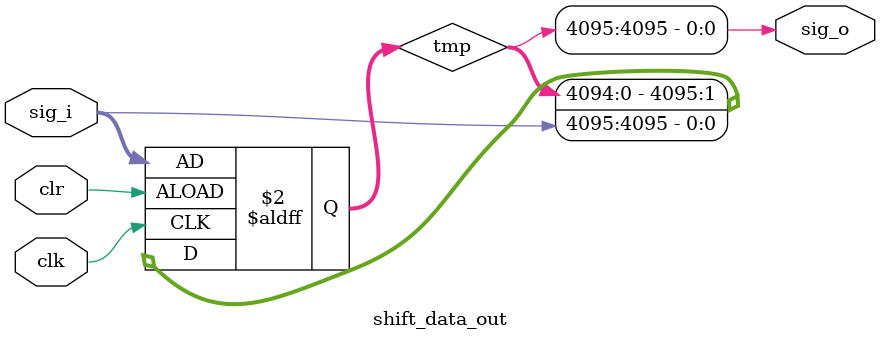
<source format=v>

`include "timescale.v"

module shift_data_in
#(
	parameter	MWIDTH	= 4,	// multicast width = 4 output ports
	parameter	GSIZE   = 8,	// group size, number of gsm_unit in each group
	parameter	DWIDTH	= 128	// data width = 16 bytes
)
(clk, clr, sig_i, sig_o);
	input  clk, sig_i, clr;
	output reg  [MWIDTH*GSIZE*DWIDTH-1:0]	sig_o;
	always @(posedge clk or posedge clr)
	begin
	   if (clr)
			begin
			sig_o <= 0;
			end
		else
			begin
	      sig_o <= {sig_o[MWIDTH*GSIZE*DWIDTH-2:0], sig_i};
			end
	end
endmodule

module shift_data_out
#(
	parameter	MWIDTH	= 4,	// multicast width = 4 output ports
	parameter	GSIZE   = 8,	// group size, number of gsm_unit in each group
	parameter	DWIDTH	= 128	// data width = 16 bytes
)
(clk, clr, sig_i, sig_o);
	input  clk, clr;
	input [MWIDTH*GSIZE*DWIDTH-1:0] sig_i;
	output sig_o;

	reg [MWIDTH*GSIZE*DWIDTH-1:0] tmp;
	always @(posedge clk or posedge clr)
	begin
	   if (clr)
			begin
			tmp <= sig_i;
			end
	   else
			begin
	      tmp <= {tmp[MWIDTH*GSIZE*DWIDTH-2:0], sig_i[MWIDTH*GSIZE*DWIDTH-1]};
			//tmp <= sig_i;
			end
	end
	assign sig_o = tmp[MWIDTH*GSIZE*DWIDTH-1];
endmodule
</source>
